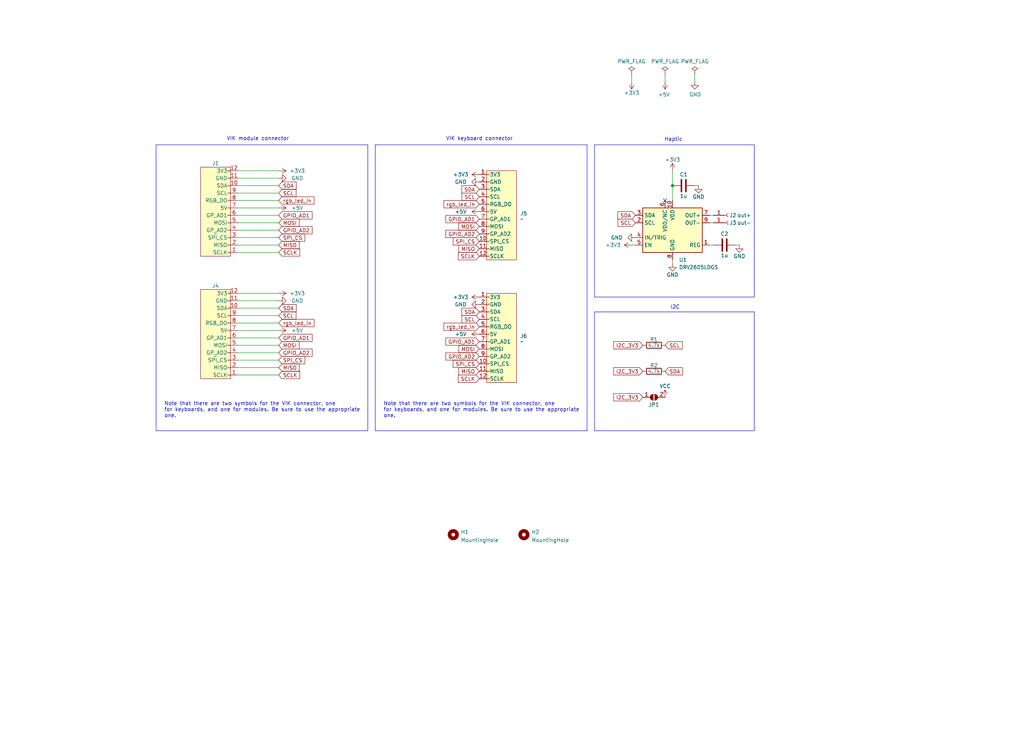
<source format=kicad_sch>
(kicad_sch (version 20231120) (generator "eeschema") (generator_version "8.0")
  (paper "User" 350.012 250.012)
  (lib_symbols
    (symbol "Connector:Conn_01x01_Socket" (pin_names (offset 1.016) hide)
      (property "Reference" "J" (at 0 2.54 0))
      (property "Value" "Conn_01x01_Socket" (at 0 -2.54 0))
      (symbol "Conn_01x01_Socket_1_1"
        (polyline (pts (xy -1.27 0) (xy -0.508 0)) (stroke (width 0.1524)))
        (arc (start 0 0.508) (mid -0.5058 0) (end 0 -0.508) (stroke (width 0.1524)))
        (pin passive line (at -5.08 0 0) (length 3.81) (name "Pin_1") (number "1"))
      )
    )
    (symbol "Device:C" (pin_numbers hide) (pin_names (offset 0.254))
      (property "Reference" "C" (at 0.635 2.54 0))
      (property "Value" "C" (at 0.635 -2.54 0))
      (symbol "C_0_1"
        (polyline (pts (xy -2.032 -0.762) (xy 2.032 -0.762)) (stroke (width 0.508)))
        (polyline (pts (xy -2.032 0.762) (xy 2.032 0.762)) (stroke (width 0.508)))
      )
      (symbol "C_1_1"
        (pin passive line (at 0 3.81 270) (length 2.794) (name "~") (number "1"))
        (pin passive line (at 0 -3.81 90) (length 2.794) (name "~") (number "2"))
      )
    )
    (symbol "Device:R" (pin_numbers hide) (pin_names (offset 0))
      (property "Reference" "R" (at 2.032 0 90))
      (property "Value" "R" (at 0 0 90))
      (symbol "R_0_1"
        (rectangle (start -1.016 -2.54) (end 1.016 2.54) (stroke (width 0.254)))
      )
      (symbol "R_1_1"
        (pin passive line (at 0 3.81 270) (length 1.27) (name "~") (number "1"))
        (pin passive line (at 0 -3.81 90) (length 1.27) (name "~") (number "2"))
      )
    )
    (symbol "Driver_Haptic:DRV2605LDGS"
      (property "Reference" "U" (at -10.16 8.255 0))
      (property "Value" "DRV2605LDGS" (at 2.54 -8.89 0))
      (symbol "DRV2605LDGS_0_1"
        (rectangle (start -10.16 7.62) (end 10.16 -7.62) (stroke (width 0.254)) (fill (type background)))
      )
      (symbol "DRV2605LDGS_1_1"
        (pin passive line (at 12.7 -5.08 180) (length 2.54) (name "REG") (number "1"))
        (pin power_in line (at 0 10.16 270) (length 2.54) (name "VDD") (number "10"))
        (pin input line (at -12.7 2.54 0) (length 2.54) (name "SCL") (number "2"))
        (pin bidirectional line (at -12.7 5.08 0) (length 2.54) (name "SDA") (number "3"))
        (pin input line (at -12.7 -2.54 0) (length 2.54) (name "IN/TRIG") (number "4"))
        (pin input line (at -12.7 -5.08 0) (length 2.54) (name "EN") (number "5"))
        (pin power_in line (at -2.54 10.16 270) (length 2.54) (name "VDD/NC") (number "6"))
        (pin output line (at 12.7 5.08 180) (length 2.54) (name "OUT+") (number "7"))
        (pin power_in line (at 0 -10.16 90) (length 2.54) (name "GND") (number "8"))
        (pin output line (at 12.7 2.54 180) (length 2.54) (name "OUT-") (number "9"))
      )
    )
    (symbol "Jumper:SolderJumper_2_Open" (pin_names (offset 0) hide)
      (property "Reference" "JP" (at 0 2.032 0))
      (property "Value" "SolderJumper_2_Open" (at 0 -2.54 0))
      (symbol "SolderJumper_2_Open_0_1"
        (arc (start -0.254 1.016) (mid -1.2656 0) (end -0.254 -1.016))
        (arc (start -0.254 1.016) (mid -1.2656 0) (end -0.254 -1.016) (fill (type outline)))
        (polyline (pts (xy -0.254 1.016) (xy -0.254 -1.016)))
        (polyline (pts (xy 0.254 1.016) (xy 0.254 -1.016)))
        (arc (start 0.254 -1.016) (mid 1.2656 0) (end 0.254 1.016))
        (arc (start 0.254 -1.016) (mid 1.2656 0) (end 0.254 1.016) (fill (type outline)))
      )
      (symbol "SolderJumper_2_Open_1_1"
        (pin passive line (at -3.81 0 0) (length 2.54) (name "A") (number "1"))
        (pin passive line (at 3.81 0 180) (length 2.54) (name "B") (number "2"))
      )
    )
    (symbol "Mechanical:MountingHole" (pin_names (offset 1.016))
      (property "Reference" "H" (at 0 5.08 0))
      (property "Value" "MountingHole" (at 0 3.175 0))
      (symbol "MountingHole_0_1"
        (circle (center 0 0) (radius 1.27) (stroke (width 1.27)))
      )
    )
    (symbol "power:+3V3" (power) (pin_names (offset 0))
      (property "Value" "+3V3" (at 0 3.556 0))
      (symbol "+3V3_0_1"
        (polyline (pts (xy -0.762 1.27) (xy 0 2.54)))
        (polyline (pts (xy 0 0) (xy 0 2.54)))
        (polyline (pts (xy 0 2.54) (xy 0.762 1.27)))
      )
      (symbol "+3V3_1_1"
        (pin power_in line (at 0 0 90) (length 0) hide (name "+3V3") (number "1"))
      )
    )
    (symbol "power:+5V" (power) (pin_names (offset 0))
      (property "Value" "+5V" (at 0 3.556 0))
      (symbol "+5V_0_1"
        (polyline (pts (xy -0.762 1.27) (xy 0 2.54)))
        (polyline (pts (xy 0 0) (xy 0 2.54)))
        (polyline (pts (xy 0 2.54) (xy 0.762 1.27)))
      )
      (symbol "+5V_1_1"
        (pin power_in line (at 0 0 90) (length 0) hide (name "+5V") (number "1"))
      )
    )
    (symbol "power:GND" (power) (pin_names (offset 0))
      (property "Value" "GND" (at 0 -3.81 0))
      (symbol "GND_0_1"
        (polyline (pts (xy 0 0) (xy 0 -1.27) (xy 1.27 -1.27) (xy 0 -2.54) (xy -1.27 -1.27) (xy 0 -1.27)))
      )
      (symbol "GND_1_1"
        (pin power_in line (at 0 0 270) (length 0) hide (name "GND") (number "1"))
      )
    )
    (symbol "power:PWR_FLAG" (power) (pin_numbers hide) (pin_names (offset 0) hide)
      (property "Value" "PWR_FLAG" (at 0 3.81 0))
      (symbol "PWR_FLAG_0_0"
        (pin power_out line (at 0 0 90) (length 0) (name "pwr") (number "1"))
      )
      (symbol "PWR_FLAG_0_1"
        (polyline (pts (xy 0 0) (xy 0 1.27) (xy -1.016 1.905) (xy 0 2.54) (xy 1.016 1.905) (xy 0 1.27)))
      )
    )
    (symbol "power:VCC" (power) (pin_names (offset 0))
      (property "Value" "VCC" (at 0 3.81 0))
      (symbol "VCC_0_1"
        (polyline (pts (xy -0.762 1.27) (xy 0 2.54)))
        (polyline (pts (xy 0 0) (xy 0 2.54)))
        (polyline (pts (xy 0 2.54) (xy 0.762 1.27)))
      )
      (symbol "VCC_1_1"
        (pin power_in line (at 0 0 90) (length 0) hide (name "VCC") (number "1"))
      )
    )
    (symbol "vik:vik-keyboard-connector" (pin_names (offset 1))
      (property "Reference" "J" (at 0 15.875 0))
      (symbol "vik-keyboard-connector_1_1"
        (rectangle (start -5.08 13.97) (end 5.08 -16.51) (fill (type background)))
        (rectangle (start -5.0546 -15.113) (end -4.191 -15.367) (stroke (width 0.1)))
        (rectangle (start -5.0546 -12.573) (end -4.191 -12.827) (stroke (width 0.1)))
        (rectangle (start -5.0546 -10.033) (end -4.191 -10.287) (stroke (width 0.1)))
        (rectangle (start -5.0546 -7.493) (end -4.191 -7.747) (stroke (width 0.1)))
        (rectangle (start -5.0546 -4.953) (end -4.191 -5.207) (stroke (width 0.1)))
        (rectangle (start -5.0546 -2.413) (end -4.191 -2.667) (stroke (width 0.1)))
        (rectangle (start -5.0546 0.127) (end -4.191 -0.127) (stroke (width 0.1)))
        (rectangle (start -5.0546 2.667) (end -4.191 2.413) (stroke (width 0.1)))
        (rectangle (start -5.0546 5.207) (end -4.191 4.953) (stroke (width 0.1)))
        (rectangle (start -5.0546 7.747) (end -4.191 7.493) (stroke (width 0.1)))
        (rectangle (start -5.0546 10.287) (end -4.191 10.033) (stroke (width 0.1)))
        (rectangle (start -5.0546 12.827) (end -4.191 12.573) (stroke (width 0.1)))
        (pin power_in line (at -7.62 12.7 0) (length 2.54) (name "3V3") (number "1"))
        (pin input line (at -7.62 -10.16 0) (length 2.54) (name "SPI_CS") (number "10"))
        (pin tri_state line (at -7.62 -12.7 0) (length 2.54) (name "MISO") (number "11"))
        (pin input line (at -7.62 -15.24 0) (length 2.54) (name "SCLK") (number "12"))
        (pin power_in line (at -7.62 10.16 0) (length 2.54) (name "GND") (number "2"))
        (pin bidirectional line (at -7.62 7.62 0) (length 2.54) (name "SDA") (number "3"))
        (pin bidirectional line (at -7.62 5.08 0) (length 2.54) (name "SCL") (number "4"))
        (pin input line (at -7.62 2.54 0) (length 2.54) (name "RGB_DO") (number "5"))
        (pin power_in line (at -7.62 0 0) (length 2.54) (name "5V") (number "6"))
        (pin bidirectional line (at -7.62 -2.54 0) (length 2.54) (name "GP_AD1") (number "7"))
        (pin input line (at -7.62 -5.08 0) (length 2.54) (name "MOSI") (number "8"))
        (pin bidirectional line (at -7.62 -7.62 0) (length 2.54) (name "GP_AD2") (number "9"))
      )
    )
    (symbol "vik:vik-module-connector" (pin_names (offset 1))
      (property "Reference" "J" (at 0 15.875 0))
      (symbol "vik-module-connector_1_1"
        (rectangle (start -5.08 13.97) (end 5.08 -16.51) (fill (type background)))
        (rectangle (start -5.0546 -15.113) (end -4.191 -15.367) (stroke (width 0.1)))
        (rectangle (start -5.0546 -12.573) (end -4.191 -12.827) (stroke (width 0.1)))
        (rectangle (start -5.0546 -10.033) (end -4.191 -10.287) (stroke (width 0.1)))
        (rectangle (start -5.0546 -7.493) (end -4.191 -7.747) (stroke (width 0.1)))
        (rectangle (start -5.0546 -4.953) (end -4.191 -5.207) (stroke (width 0.1)))
        (rectangle (start -5.0546 -2.413) (end -4.191 -2.667) (stroke (width 0.1)))
        (rectangle (start -5.0546 0.127) (end -4.191 -0.127) (stroke (width 0.1)))
        (rectangle (start -5.0546 2.667) (end -4.191 2.413) (stroke (width 0.1)))
        (rectangle (start -5.0546 5.207) (end -4.191 4.953) (stroke (width 0.1)))
        (rectangle (start -5.0546 7.747) (end -4.191 7.493) (stroke (width 0.1)))
        (rectangle (start -5.0546 10.287) (end -4.191 10.033) (stroke (width 0.1)))
        (rectangle (start -5.0546 12.827) (end -4.191 12.573) (stroke (width 0.1)))
        (pin output line (at -7.62 12.7 0) (length 2.54) (name "SCLK") (number "1"))
        (pin bidirectional line (at -7.62 -10.16 0) (length 2.54) (name "SDA") (number "10"))
        (pin power_out line (at -7.62 -12.7 0) (length 2.54) (name "GND") (number "11"))
        (pin power_out line (at -7.62 -15.24 0) (length 2.54) (name "3V3") (number "12"))
        (pin tri_state line (at -7.62 10.16 0) (length 2.54) (name "MISO") (number "2"))
        (pin output line (at -7.62 7.62 0) (length 2.54) (name "SPI_CS") (number "3"))
        (pin bidirectional line (at -7.62 5.08 0) (length 2.54) (name "GP_AD2") (number "4"))
        (pin output line (at -7.62 2.54 0) (length 2.54) (name "MOSI") (number "5"))
        (pin bidirectional line (at -7.62 0 0) (length 2.54) (name "GP_AD1") (number "6"))
        (pin power_out line (at -7.62 -2.54 0) (length 2.54) (name "5V") (number "7"))
        (pin output line (at -7.62 -5.08 0) (length 2.54) (name "RGB_DO") (number "8"))
        (pin bidirectional line (at -7.62 -7.62 0) (length 2.54) (name "SCL") (number "9"))
      )
    )
  )
  (junction (at 229.87 63.5))
  (no_connect (at 227.33 68.58))
  (wire (pts (xy 81.28 113.03) (xy 95.25 113.03)))
  (wire (pts (xy 81.28 118.11) (xy 95.25 118.11)))
  (wire (pts (xy 81.28 128.27) (xy 95.25 128.27)))
  (wire (pts (xy 243.84 83.82) (xy 242.57 83.82)))
  (wire (pts (xy 81.28 107.95) (xy 95.25 107.95)))
  (wire (pts (xy 81.28 58.42) (xy 95.25 58.42)))
  (wire (pts (xy 81.28 66.04) (xy 95.25 66.04)))
  (wire (pts (xy 81.28 76.2) (xy 95.25 76.2)))
  (wire (pts (xy 237.49 25.4) (xy 237.49 27.94)))
  (wire (pts (xy 81.28 115.57) (xy 95.25 115.57)))
  (wire (pts (xy 81.28 73.66) (xy 95.25 73.66)))
  (polyline (pts (xy 203.2 49.53) (xy 257.81 49.53)))
  (wire (pts (xy 81.28 105.41) (xy 95.25 105.41)))
  (polyline (pts (xy 203.2 49.53) (xy 203.2 101.6)))
  (wire (pts (xy 229.87 58.42) (xy 229.87 63.5)))
  (wire (pts (xy 81.28 81.28) (xy 95.25 81.28)))
  (polyline (pts (xy 128.27 49.53) (xy 128.27 147.32)))
  (wire (pts (xy 81.28 83.82) (xy 95.25 83.82)))
  (wire (pts (xy 243.84 76.2) (xy 242.57 76.2)))
  (wire (pts (xy 81.28 110.49) (xy 95.25 110.49)))
  (wire (pts (xy 81.28 60.96) (xy 95.25 60.96)))
  (wire (pts (xy 81.28 102.87) (xy 95.25 102.87)))
  (wire (pts (xy 81.28 123.19) (xy 95.25 123.19)))
  (polyline (pts (xy 203.2 101.6) (xy 257.81 101.6)))
  (wire (pts (xy 243.84 73.66) (xy 242.57 73.66)))
  (polyline (pts (xy 128.27 49.53) (xy 200.66 49.53)))
  (wire (pts (xy 229.87 90.17) (xy 229.87 88.9)))
  (wire (pts (xy 81.28 63.5) (xy 95.25 63.5)))
  (wire (pts (xy 215.9 83.82) (xy 217.17 83.82)))
  (wire (pts (xy 81.28 125.73) (xy 95.25 125.73)))
  (wire (pts (xy 238.76 63.5) (xy 237.49 63.5)))
  (wire (pts (xy 227.33 25.4) (xy 227.33 27.94)))
  (wire (pts (xy 81.28 120.65) (xy 95.25 120.65)))
  (polyline (pts (xy 125.73 49.53) (xy 125.73 147.32)))
  (polyline (pts (xy 125.73 147.32) (xy 53.34 147.32)))
  (wire (pts (xy 229.87 63.5) (xy 229.87 68.58)))
  (polyline (pts (xy 53.34 49.53) (xy 53.34 147.32)))
  (wire (pts (xy 81.28 100.33) (xy 95.25 100.33)))
  (wire (pts (xy 215.9 25.4) (xy 215.9 27.94)))
  (wire (pts (xy 81.28 86.36) (xy 95.25 86.36)))
  (polyline (pts (xy 53.34 49.53) (xy 125.73 49.53)))
  (wire (pts (xy 81.28 68.58) (xy 95.25 68.58)))
  (polyline (pts (xy 200.66 147.32) (xy 128.27 147.32)))
  (polyline (pts (xy 200.66 49.53) (xy 200.66 147.32)))
  (wire (pts (xy 81.28 71.12) (xy 95.25 71.12)))
  (wire (pts (xy 252.73 83.82) (xy 251.46 83.82)))
  (polyline (pts (xy 257.81 101.6) (xy 257.81 49.53)))
  (wire (pts (xy 81.28 78.74) (xy 95.25 78.74)))
  (rectangle (start 203.2 106.68) (end 257.81 147.32))
  (text "Note that there are two symbols for the VIK connector, one\nfor keyboards, and one for modules. Be sure to use the appropriate\none." (at 131.064 143.002 0) (effects (font (size 1.27 1.27)) (justify left bottom)))
  (text "VIK keyboard connector" (at 152.4 48.26 0) (effects (font (size 1.27 1.27)) (justify left bottom)))
  (text "Note that there are two symbols for the VIK connector, one\nfor keyboards, and one for modules. Be sure to use the appropriate\none." (at 56.134 143.002 0) (effects (font (size 1.27 1.27)) (justify left bottom)))
  (text "I2C\n" (at 229.108 105.918 0) (effects (font (size 1.27 1.27)) (justify left bottom)))
  (text "VIK module connector" (at 77.47 48.26 0) (effects (font (size 1.27 1.27)) (justify left bottom)))
  (text "Haptic" (at 227.076 48.514 0) (effects (font (size 1.27 1.27)) (justify left bottom)))
  (global_label "SCLK" (shape input) (at 163.83 129.54 180) (property "Intersheetrefs" "${INTERSHEET_REFS}" (effects (hide yes))))
  (global_label "MOSI" (shape input) (at 95.25 118.11 0) (property "Intersheetrefs" "${INTERSHEET_REFS}" (effects (hide yes))))
  (global_label "SDA" (shape input) (at 227.33 127 0) (property "Intersheetrefs" "${INTERSHEET_REFS}" (effects (hide yes))))
  (global_label "SPI_CS" (shape input) (at 163.83 124.46 180) (property "Intersheetrefs" "${INTERSHEET_REFS}" (effects (hide yes))))
  (global_label "GPIO_AD1" (shape input) (at 95.25 115.57 0) (property "Intersheetrefs" "${INTERSHEET_REFS}" (effects (hide yes))))
  (global_label "MOSI" (shape input) (at 163.83 119.38 180) (property "Intersheetrefs" "${INTERSHEET_REFS}" (effects (hide yes))))
  (global_label "I2C_3V3" (shape input) (at 219.71 127 180) (property "Intersheetrefs" "${INTERSHEET_REFS}" (effects (hide yes))))
  (global_label "SCL" (shape input) (at 227.33 118.11 0) (property "Intersheetrefs" "${INTERSHEET_REFS}" (effects (hide yes))))
  (global_label "SDA" (shape input) (at 217.17 73.66 180) (property "Intersheetrefs" "${INTERSHEET_REFS}" (effects (hide yes))))
  (global_label "I2C_3V3" (shape input) (at 219.71 135.89 180) (property "Intersheetrefs" "${INTERSHEET_REFS}" (effects (hide yes))))
  (global_label "SPI_CS" (shape input) (at 95.25 123.19 0) (property "Intersheetrefs" "${INTERSHEET_REFS}" (effects (hide yes))))
  (global_label "SPI_CS" (shape input) (at 95.25 81.28 0) (property "Intersheetrefs" "${INTERSHEET_REFS}" (effects (hide yes))))
  (global_label "GPIO_AD2" (shape input) (at 95.25 78.74 0) (property "Intersheetrefs" "${INTERSHEET_REFS}" (effects (hide yes))))
  (global_label "GPIO_AD1" (shape input) (at 163.83 116.84 180) (property "Intersheetrefs" "${INTERSHEET_REFS}" (effects (hide yes))))
  (global_label "MOSI" (shape input) (at 163.83 77.47 180) (property "Intersheetrefs" "${INTERSHEET_REFS}" (effects (hide yes))))
  (global_label "I2C_3V3" (shape input) (at 219.71 118.11 180) (property "Intersheetrefs" "${INTERSHEET_REFS}" (effects (hide yes))))
  (global_label "MOSI" (shape input) (at 95.25 76.2 0) (property "Intersheetrefs" "${INTERSHEET_REFS}" (effects (hide yes))))
  (global_label "GPIO_AD2" (shape input) (at 95.25 120.65 0) (property "Intersheetrefs" "${INTERSHEET_REFS}" (effects (hide yes))))
  (global_label "SCL" (shape input) (at 95.25 66.04 0) (property "Intersheetrefs" "${INTERSHEET_REFS}" (effects (hide yes))))
  (global_label "GPIO_AD1" (shape input) (at 95.25 73.66 0) (property "Intersheetrefs" "${INTERSHEET_REFS}" (effects (hide yes))))
  (global_label "GPIO_AD2" (shape input) (at 163.83 121.92 180) (property "Intersheetrefs" "${INTERSHEET_REFS}" (effects (hide yes))))
  (global_label "rgb_led_in" (shape input) (at 95.25 110.49 0) (property "Intersheetrefs" "${INTERSHEET_REFS}" (effects (hide yes))))
  (global_label "SCL" (shape input) (at 217.17 76.2 180) (property "Intersheetrefs" "${INTERSHEET_REFS}" (effects (hide yes))))
  (global_label "MISO" (shape input) (at 95.25 83.82 0) (property "Intersheetrefs" "${INTERSHEET_REFS}" (effects (hide yes))))
  (global_label "SCL" (shape input) (at 163.83 67.31 180) (property "Intersheetrefs" "${INTERSHEET_REFS}" (effects (hide yes))))
  (global_label "SCLK" (shape input) (at 163.83 87.63 180) (property "Intersheetrefs" "${INTERSHEET_REFS}" (effects (hide yes))))
  (global_label "SCLK" (shape input) (at 95.25 86.36 0) (property "Intersheetrefs" "${INTERSHEET_REFS}" (effects (hide yes))))
  (global_label "SDA" (shape input) (at 163.83 64.77 180) (property "Intersheetrefs" "${INTERSHEET_REFS}" (effects (hide yes))))
  (global_label "GPIO_AD1" (shape input) (at 163.83 74.93 180) (property "Intersheetrefs" "${INTERSHEET_REFS}" (effects (hide yes))))
  (global_label "SCLK" (shape input) (at 95.25 128.27 0) (property "Intersheetrefs" "${INTERSHEET_REFS}" (effects (hide yes))))
  (global_label "SCL" (shape input) (at 163.83 109.22 180) (property "Intersheetrefs" "${INTERSHEET_REFS}" (effects (hide yes))))
  (global_label "rgb_led_in" (shape input) (at 95.25 68.58 0) (property "Intersheetrefs" "${INTERSHEET_REFS}" (effects (hide yes))))
  (global_label "MISO" (shape input) (at 163.83 85.09 180) (property "Intersheetrefs" "${INTERSHEET_REFS}" (effects (hide yes))))
  (global_label "MISO" (shape input) (at 95.25 125.73 0) (property "Intersheetrefs" "${INTERSHEET_REFS}" (effects (hide yes))))
  (global_label "rgb_led_in" (shape input) (at 163.83 69.85 180) (property "Intersheetrefs" "${INTERSHEET_REFS}" (effects (hide yes))))
  (global_label "SDA" (shape input) (at 95.25 105.41 0) (property "Intersheetrefs" "${INTERSHEET_REFS}" (effects (hide yes))))
  (global_label "SDA" (shape input) (at 163.83 106.68 180) (property "Intersheetrefs" "${INTERSHEET_REFS}" (effects (hide yes))))
  (global_label "MISO" (shape input) (at 163.83 127 180) (property "Intersheetrefs" "${INTERSHEET_REFS}" (effects (hide yes))))
  (global_label "SPI_CS" (shape input) (at 163.83 82.55 180) (property "Intersheetrefs" "${INTERSHEET_REFS}" (effects (hide yes))))
  (global_label "SDA" (shape input) (at 95.25 63.5 0) (property "Intersheetrefs" "${INTERSHEET_REFS}" (effects (hide yes))))
  (global_label "SCL" (shape input) (at 95.25 107.95 0) (property "Intersheetrefs" "${INTERSHEET_REFS}" (effects (hide yes))))
  (global_label "GPIO_AD2" (shape input) (at 163.83 80.01 180) (property "Intersheetrefs" "${INTERSHEET_REFS}" (effects (hide yes))))
  (global_label "rgb_led_in" (shape input) (at 163.83 111.76 180) (property "Intersheetrefs" "${INTERSHEET_REFS}" (effects (hide yes))))
  (symbol (lib_id "power:PWR_FLAG") (at 215.9 25.4 0) (unit 1)
    (property "Reference" "#FLG01" (effects (hide yes)))
    (property "Value" "PWR_FLAG" (at 215.9 21.0058 0))
  )
  (symbol (lib_id "power:PWR_FLAG") (at 227.33 25.4 0) (unit 1)
    (property "Reference" "#FLG02" (effects (hide yes)))
    (property "Value" "PWR_FLAG" (at 227.33 21.0058 0))
  )
  (symbol (lib_id "power:+5V") (at 227.33 27.94 180) (unit 1)
    (property "Reference" "#PWR02" (effects (hide yes)))
    (property "Value" "+5V" (at 226.949 32.3342 0))
  )
  (symbol (lib_id "power:GND") (at 237.49 27.94 0) (unit 1)
    (property "Reference" "#PWR03" (effects (hide yes)))
    (property "Value" "GND" (at 237.617 32.3342 0))
  )
  (symbol (lib_id "power:PWR_FLAG") (at 237.49 25.4 0) (unit 1)
    (property "Reference" "#FLG03" (effects (hide yes)))
    (property "Value" "PWR_FLAG" (at 237.49 21.0058 0))
  )
  (symbol (lib_id "power:+3V3") (at 215.9 83.82 90) (unit 1)
    (property "Reference" "#PWR06" (effects (hide yes)))
    (property "Value" "+3V3" (at 209.55 83.82 90))
  )
  (symbol (lib_id "power:GND") (at 252.73 83.82 0) (mirror y) (unit 1)
    (property "Reference" "#PWR07" (effects (hide yes)))
    (property "Value" "GND" (at 252.73 87.63 0))
  )
  (symbol (lib_id "power:+3V3") (at 163.83 101.6 90) (unit 1)
    (property "Reference" "#PWR016" (effects (hide yes)))
    (property "Value" "+3V3" (at 157.48 101.6 90))
  )
  (symbol (lib_id "power:GND") (at 95.25 60.96 90) (mirror x) (unit 1)
    (property "Reference" "#PWR0102" (effects (hide yes)))
    (property "Value" "GND" (at 101.6 60.96 90))
  )
  (symbol (lib_id "Connector:Conn_01x01_Socket") (at 248.92 73.66 0) (unit 1)
    (property "Reference" "J2" (at 251.714 73.66 0) (effects (justify right)))
    (property "Value" "out+" (at 256.794 73.66 0) (effects (justify right)))
    (property "Footprint" "TestPoint:TestPoint_THTPad_D2.0mm_Drill1.0mm" (effects (hide yes)))
  )
  (symbol (lib_id "Driver_Haptic:DRV2605LDGS") (at 229.87 78.74 0) (unit 1)
    (property "Reference" "U1" (at 232.0641 88.9 0) (effects (justify left)))
    (property "Value" "DRV2605LDGS" (at 232.0641 91.44 0) (effects (justify left)))
    (property "Footprint" "Package_SO:VSSOP-10_3x3mm_P0.5mm" (effects (hide yes)))
    (property "Datasheet" "http://www.ti.com/lit/ds/symlink/drv2605l.pdf" (effects (hide yes)))
    (property "Description" "Haptic driver for LRAs and ERMs with effect library, 2-5.2V, VSSOP-10" (effects (hide yes)))
  )
  (symbol (lib_id "power:GND") (at 217.17 81.28 270) (mirror x) (unit 1)
    (property "Reference" "#PWR05" (effects (hide yes)))
    (property "Value" "GND" (at 210.82 81.28 90))
  )
  (symbol (lib_id "power:GND") (at 229.87 90.17 0) (mirror y) (unit 1)
    (property "Reference" "#PWR08" (effects (hide yes)))
    (property "Value" "GND" (at 229.87 93.98 0))
  )
  (symbol (lib_id "Connector:Conn_01x01_Socket") (at 248.92 76.2 0) (unit 1)
    (property "Reference" "J3" (at 251.714 76.2 0) (effects (justify right)))
    (property "Value" "out-" (at 256.794 76.2 0) (effects (justify right)))
    (property "Footprint" "TestPoint:TestPoint_THTPad_D2.0mm_Drill1.0mm" (effects (hide yes)))
  )
  (symbol (lib_id "Mechanical:MountingHole") (at 179.07 182.88 0) (unit 1)
    (property "Reference" "H2" (at 181.61 181.9715 0) (effects (justify left)))
    (property "Value" "MountingHole" (at 181.61 184.7466 0) (effects (justify left)))
    (property "Footprint" "MountingHole:MountingHole_2.2mm_M2_DIN965_Pad" (effects (hide yes)))
  )
  (symbol (lib_id "vik:vik-keyboard-connector") (at 171.45 72.39 0) (unit 1)
    (property "Reference" "J5" (at 177.8 73.0249 0) (effects (justify left)))
    (property "Value" "~" (at 177.8 74.93 0) (effects (justify left)))
    (property "Footprint" "vik:vik-keyboard-connector-horizontal" (effects (hide yes)))
  )
  (symbol (lib_id "power:VCC") (at 227.33 135.89 0) (unit 1)
    (property "Reference" "#PWR012" (effects (hide yes)))
    (property "Value" "VCC" (at 227.33 132.08 0))
  )
  (symbol (lib_id "power:+3V3") (at 95.25 100.33 270) (unit 1)
    (property "Reference" "#PWR09" (effects (hide yes)))
    (property "Value" "+3V3" (at 101.6 100.33 90))
  )
  (symbol (lib_id "power:+3V3") (at 95.25 58.42 270) (unit 1)
    (property "Reference" "#PWR0101" (effects (hide yes)))
    (property "Value" "+3V3" (at 101.6 58.42 90))
  )
  (symbol (lib_id "power:+5V") (at 95.25 113.03 270) (unit 1)
    (property "Reference" "#PWR011" (effects (hide yes)))
    (property "Value" "+5V" (at 101.6 113.03 90))
  )
  (symbol (lib_id "Device:C") (at 233.68 63.5 90) (unit 1)
    (property "Reference" "C1" (at 233.68 59.69 90))
    (property "Value" "1u" (at 233.68 67.056 90))
    (property "Footprint" "Capacitor_SMD:C_1206_3216Metric" (effects (hide yes)))
    (property "Description" "Unpolarized capacitor" (effects (hide yes)))
  )
  (symbol (lib_id "power:+3V3") (at 163.83 59.69 90) (unit 1)
    (property "Reference" "#PWR013" (effects (hide yes)))
    (property "Value" "+3V3" (at 157.48 59.69 90))
  )
  (symbol (lib_id "Device:R") (at 223.52 127 90) (unit 1)
    (property "Reference" "R2" (at 223.52 124.968 90))
    (property "Value" "4.7k" (at 223.52 127 90))
    (property "Footprint" "Resistor_SMD:R_1206_3216Metric" (effects (hide yes)))
  )
  (symbol (lib_id "Device:R") (at 223.52 118.11 90) (unit 1)
    (property "Reference" "R1" (at 223.52 116.078 90))
    (property "Value" "4.7k" (at 223.52 118.11 90))
    (property "Footprint" "Resistor_SMD:R_1206_3216Metric" (effects (hide yes)))
  )
  (symbol (lib_id "power:+5V") (at 163.83 114.3 90) (unit 1)
    (property "Reference" "#PWR018" (effects (hide yes)))
    (property "Value" "+5V" (at 157.48 114.3 90))
  )
  (symbol (lib_id "vik:vik-module-connector") (at 73.66 115.57 180) (unit 1)
    (property "Reference" "J4" (at 73.66 97.79 0))
    (property "Value" "~" (at 73.66 121.92 0))
    (property "Footprint" "vik:vik-module-connector-vertical" (effects (hide yes)))
    (property "LCSC" "C479750" (effects (hide yes)))
  )
  (symbol (lib_id "power:+5V") (at 163.83 72.39 90) (unit 1)
    (property "Reference" "#PWR015" (effects (hide yes)))
    (property "Value" "+5V" (at 157.48 72.39 90))
  )
  (symbol (lib_id "power:+5V") (at 95.25 71.12 270) (unit 1)
    (property "Reference" "#PWR0104" (effects (hide yes)))
    (property "Value" "+5V" (at 101.6 71.12 90))
  )
  (symbol (lib_id "power:GND") (at 163.83 104.14 270) (mirror x) (unit 1)
    (property "Reference" "#PWR017" (effects (hide yes)))
    (property "Value" "GND" (at 157.48 104.14 90))
  )
  (symbol (lib_id "Device:C") (at 247.65 83.82 90) (unit 1)
    (property "Reference" "C2" (at 247.65 80.01 90))
    (property "Value" "1u" (at 247.65 87.376 90))
    (property "Footprint" "Capacitor_SMD:C_1206_3216Metric" (effects (hide yes)))
    (property "Description" "Unpolarized capacitor" (effects (hide yes)))
  )
  (symbol (lib_id "power:+3V3") (at 229.87 58.42 0) (unit 1)
    (property "Reference" "#PWR01" (effects (hide yes)))
    (property "Value" "+3V3" (at 229.87 54.61 0))
  )
  (symbol (lib_id "power:GND") (at 163.83 62.23 270) (mirror x) (unit 1)
    (property "Reference" "#PWR014" (effects (hide yes)))
    (property "Value" "GND" (at 157.48 62.23 90))
  )
  (symbol (lib_id "Mechanical:MountingHole") (at 154.94 182.88 0) (unit 1)
    (property "Reference" "H1" (at 157.48 181.9715 0) (effects (justify left)))
    (property "Value" "MountingHole" (at 157.48 184.7466 0) (effects (justify left)))
    (property "Footprint" "MountingHole:MountingHole_2.2mm_M2_DIN965_Pad" (effects (hide yes)))
  )
  (symbol (lib_id "vik:vik-keyboard-connector") (at 171.45 114.3 0) (unit 1)
    (property "Reference" "J6" (at 177.8 114.9349 0) (effects (justify left)))
    (property "Value" "~" (at 177.8 116.84 0) (effects (justify left)))
    (property "Footprint" "vik:vik-keyboard-connector-vertical" (effects (hide yes)))
  )
  (symbol (lib_id "Jumper:SolderJumper_2_Open") (at 223.52 135.89 0) (unit 1)
    (property "Reference" "JP1" (at 223.52 138.43 0))
    (property "Value" "VCC" (effects (hide yes)))
    (property "Footprint" "Jumper:SolderJumper-2_P1.3mm_Open_RoundedPad1.0x1.5mm" (effects (hide yes)))
  )
  (symbol (lib_id "power:+3V3") (at 215.9 27.94 180) (unit 1)
    (property "Reference" "#PWR0112" (effects (hide yes)))
    (property "Value" "+3V3" (at 215.9 31.75 0))
  )
  (symbol (lib_id "vik:vik-module-connector") (at 73.66 73.66 180) (unit 1)
    (property "Reference" "J1" (at 73.66 55.88 0))
    (property "Value" "~" (at 73.66 80.01 0))
    (property "Footprint" "vik:vik-module-connector-horizontal" (effects (hide yes)))
    (property "LCSC" "C479750" (effects (hide yes)))
  )
  (symbol (lib_id "power:GND") (at 95.25 102.87 90) (mirror x) (unit 1)
    (property "Reference" "#PWR010" (effects (hide yes)))
    (property "Value" "GND" (at 101.6 102.87 90))
  )
  (symbol (lib_id "power:GND") (at 238.76 63.5 0) (mirror y) (unit 1)
    (property "Reference" "#PWR04" (effects (hide yes)))
    (property "Value" "GND" (at 238.76 67.31 0))
  )
)
</source>
